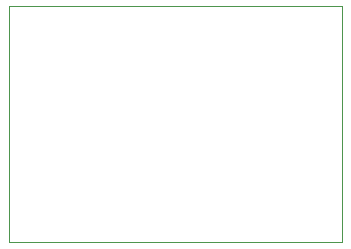
<source format=gko>
G04 Layer_Color=16711935*
%FSLAX23Y23*%
%MOIN*%
G70*
G01*
G75*
%ADD24C,0.004*%
D24*
X1235Y1870D02*
X2345D01*
Y1083D02*
Y1870D01*
X1235Y1083D02*
X2345D01*
X1235D02*
Y1870D01*
M02*

</source>
